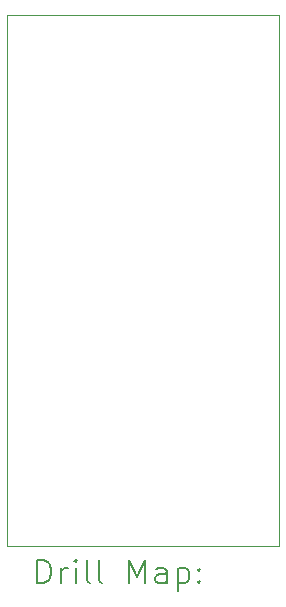
<source format=gbr>
%TF.GenerationSoftware,KiCad,Pcbnew,(6.0.8)*%
%TF.CreationDate,2023-01-26T09:35:37-06:00*%
%TF.ProjectId,flexible_connector,666c6578-6962-46c6-955f-636f6e6e6563,rev?*%
%TF.SameCoordinates,Original*%
%TF.FileFunction,Drillmap*%
%TF.FilePolarity,Positive*%
%FSLAX45Y45*%
G04 Gerber Fmt 4.5, Leading zero omitted, Abs format (unit mm)*
G04 Created by KiCad (PCBNEW (6.0.8)) date 2023-01-26 09:35:37*
%MOMM*%
%LPD*%
G01*
G04 APERTURE LIST*
%ADD10C,0.100000*%
%ADD11C,0.200000*%
G04 APERTURE END LIST*
D10*
X18070000Y-9850000D02*
X18070000Y-5350000D01*
X18070000Y-5350000D02*
X15770000Y-5350000D01*
X15770000Y-5350000D02*
X15770000Y-9850000D01*
X15770000Y-9850000D02*
X18070000Y-9850000D01*
D11*
X16022619Y-10165476D02*
X16022619Y-9965476D01*
X16070238Y-9965476D01*
X16098809Y-9975000D01*
X16117857Y-9994048D01*
X16127381Y-10013095D01*
X16136905Y-10051190D01*
X16136905Y-10079762D01*
X16127381Y-10117857D01*
X16117857Y-10136905D01*
X16098809Y-10155952D01*
X16070238Y-10165476D01*
X16022619Y-10165476D01*
X16222619Y-10165476D02*
X16222619Y-10032143D01*
X16222619Y-10070238D02*
X16232143Y-10051190D01*
X16241667Y-10041667D01*
X16260714Y-10032143D01*
X16279762Y-10032143D01*
X16346428Y-10165476D02*
X16346428Y-10032143D01*
X16346428Y-9965476D02*
X16336905Y-9975000D01*
X16346428Y-9984524D01*
X16355952Y-9975000D01*
X16346428Y-9965476D01*
X16346428Y-9984524D01*
X16470238Y-10165476D02*
X16451190Y-10155952D01*
X16441667Y-10136905D01*
X16441667Y-9965476D01*
X16575000Y-10165476D02*
X16555952Y-10155952D01*
X16546428Y-10136905D01*
X16546428Y-9965476D01*
X16803571Y-10165476D02*
X16803571Y-9965476D01*
X16870238Y-10108333D01*
X16936905Y-9965476D01*
X16936905Y-10165476D01*
X17117857Y-10165476D02*
X17117857Y-10060714D01*
X17108333Y-10041667D01*
X17089286Y-10032143D01*
X17051190Y-10032143D01*
X17032143Y-10041667D01*
X17117857Y-10155952D02*
X17098810Y-10165476D01*
X17051190Y-10165476D01*
X17032143Y-10155952D01*
X17022619Y-10136905D01*
X17022619Y-10117857D01*
X17032143Y-10098810D01*
X17051190Y-10089286D01*
X17098810Y-10089286D01*
X17117857Y-10079762D01*
X17213095Y-10032143D02*
X17213095Y-10232143D01*
X17213095Y-10041667D02*
X17232143Y-10032143D01*
X17270238Y-10032143D01*
X17289286Y-10041667D01*
X17298810Y-10051190D01*
X17308333Y-10070238D01*
X17308333Y-10127381D01*
X17298810Y-10146429D01*
X17289286Y-10155952D01*
X17270238Y-10165476D01*
X17232143Y-10165476D01*
X17213095Y-10155952D01*
X17394048Y-10146429D02*
X17403571Y-10155952D01*
X17394048Y-10165476D01*
X17384524Y-10155952D01*
X17394048Y-10146429D01*
X17394048Y-10165476D01*
X17394048Y-10041667D02*
X17403571Y-10051190D01*
X17394048Y-10060714D01*
X17384524Y-10051190D01*
X17394048Y-10041667D01*
X17394048Y-10060714D01*
M02*

</source>
